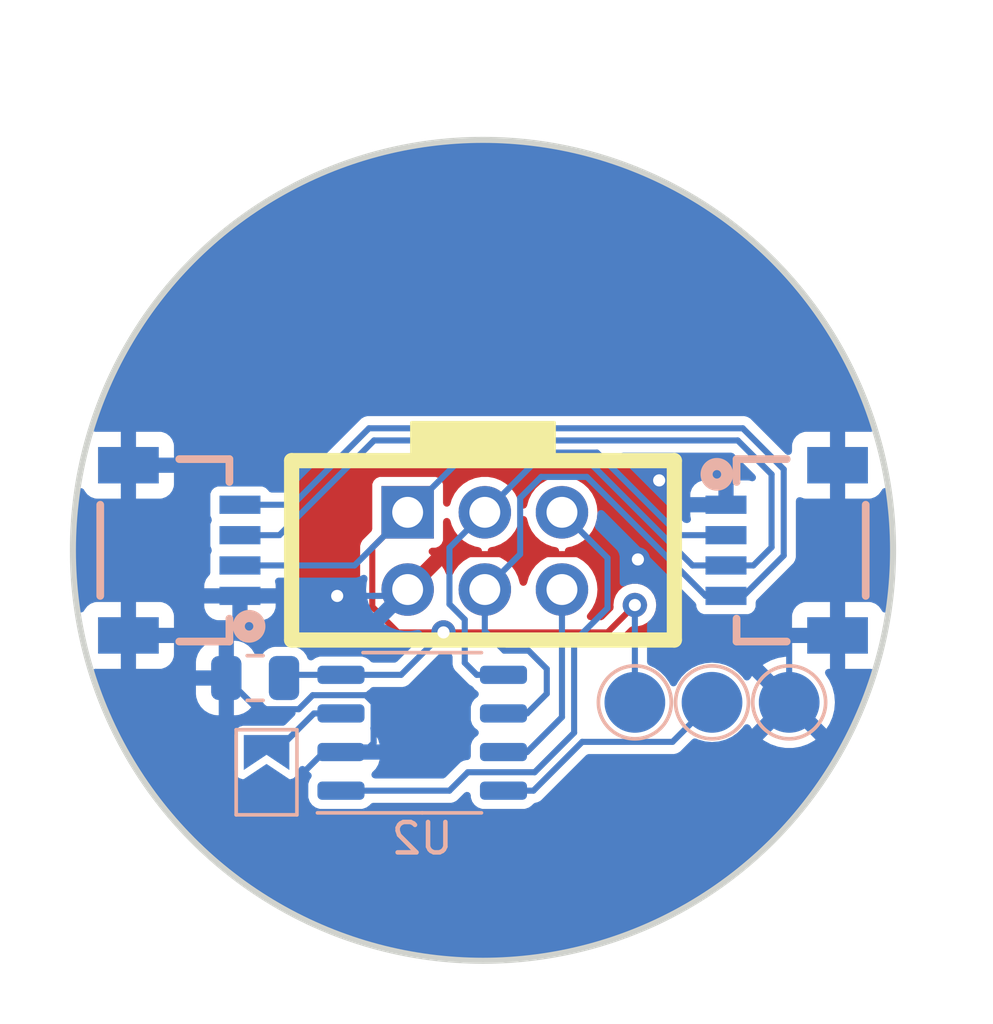
<source format=kicad_pcb>
(kicad_pcb (version 20231212) (generator "pcbnew") (generator_version "7.99")
  (layers (0 "F.Cu" signal) (31 "B.Cu" signal) (34 "B.Paste" user) (35 "F.Paste" user) (36 "B.SilkS" user "B.Silkscreen") (37 "F.SilkS" user "F.Silkscreen") (38 "B.Mask" user) (39 "F.Mask" user) (44 "Edge.Cuts" user))
  (net 0 "")
  (net 1 "SWIO")
  (net 2 "IO1")
  (net 3 "A0")
  (net 4 "IO2")
  (net 5 "GND")
  (net 6 "+3.3V")
  (net 7 "SDA")
  (net 8 "SCL")
  (footprint "Simple_Addon_v2:Simple_Addon_v2-BADGE-2x3" (layer "F.Cu") (at 0 0)
    (property "Reference" "X1" (hide yes))
    (property "Value" "Simple_Addon_v2" (hide yes))
    (fp_line (start -6.3 -2.95) (end 6.3 -2.95) (stroke (width 0.5)) (layer "F.SilkS"))
    (fp_line (start -6.3 2.95) (end -6.3 -2.95) (stroke (width 0.5)) (layer "F.SilkS"))
    (fp_line (start 6.3 -2.95) (end 6.3 2.95) (stroke (width 0.5)) (layer "F.SilkS"))
    (fp_line (start 6.3 2.95) (end -6.3 2.95) (stroke (width 0.5)) (layer "F.SilkS"))
    (fp_poly (pts (xy 2.3495 -3.0607) (xy -2.3495 -3.0607) (xy -2.3495 -4.2037) (xy 2.3495 -4.2037)) (stroke (width 0.1)) (fill solid) (layer "F.SilkS"))
    (pad "1" thru_hole rect (at -2.48 -1.25 270) (size 1.7272 1.7272) (drill 1.016) (layers "*.Cu" "*.Mask") (net 6 "+3.3V"))
    (pad "2" thru_hole circle (at -2.48 1.29 270) (size 1.7272 1.7272) (drill 1.016) (layers "*.Cu" "*.Mask") (net 5 "GND"))
    (pad "3" thru_hole oval (at 0.06 -1.25 270) (size 1.7272 1.7272) (drill 1.016) (layers "*.Cu" "*.Mask") (net 7 "SDA"))
    (pad "4" thru_hole oval (at 0.06 1.29 270) (size 1.7272 1.7272) (drill 1.016) (layers "*.Cu" "*.Mask") (net 8 "SCL"))
    (pad "5" thru_hole circle (at 2.6 -1.25 270) (size 1.7272 1.7272) (drill 1.016) (layers "*.Cu" "*.Mask") (net 2 "IO1"))
    (pad "6" thru_hole circle (at 2.6 1.29 270) (size 1.7272 1.7272) (drill 1.016) (layers "*.Cu" "*.Mask") (net 4 "IO2"))
  )
  (footprint "custom:OSHW-Logo2_7.3x6mm_Mask" (layer "B.Cu") (at -7.5 -7.5 180)
    (property "Reference" "N1" (hide yes))
    (property "Value" "OSHW" (hide yes))
  )
  (footprint "TestPoint:TestPoint_Pad_D2.0mm" (layer "B.Cu") (at 10.08 5 180)
    (property "Reference" "TP3" (hide yes))
    (property "Value" "GND" (hide yes))
    (fp_circle (center 0 0) (end 0 -1.2) (stroke (width 0.12)) (fill none) (layer "B.SilkS"))
    (pad "1" smd circle (at 0 0 180) (size 2 2) (layers "B.Cu" "B.Mask") (net 5 "GND"))
  )
  (footprint "TestPoint:TestPoint_Pad_D2.0mm" (layer "B.Cu") (at 7.54 5 180)
    (property "Reference" "TP2" (hide yes))
    (property "Value" "SWIO" (hide yes))
    (fp_circle (center 0 0) (end 0 -1.2) (stroke (width 0.12)) (fill none) (layer "B.SilkS"))
    (pad "1" smd circle (at 0 0 180) (size 2 2) (layers "B.Cu" "B.Mask") (net 1 "SWIO"))
  )
  (footprint "custom:1X04_1MM_RA_GND" (layer "B.Cu") (at -8 0 90)
    (property "Reference" "J1" (hide yes))
    (property "Value" "I2C" (hide yes))
    (fp_line (start -1.4986 -4.59994) (end 1.4986 -4.59994) (stroke (width 0.254)) (layer "B.SilkS"))
    (fp_line (start -2.99974 -1.99898) (end -2.99974 -0.34798) (stroke (width 0.254)) (layer "B.SilkS"))
    (fp_line (start 2.99974 -0.34798) (end 2.99974 -1.99898) (stroke (width 0.254)) (layer "B.SilkS"))
    (fp_line (start 2.2479 -0.34798) (end 2.99974 -0.34798) (stroke (width 0.254)) (layer "B.SilkS"))
    (fp_line (start -2.99974 -0.34798) (end -2.2479 -0.34798) (stroke (width 0.254)) (layer "B.SilkS"))
    (fp_circle (center -2.49936 0.29972) (end -2.49936 0.43942) (stroke (width 0.39878)) (fill none) (layer "B.SilkS"))
    (pad "1" smd rect (at -1.4986 0 270) (size 0.59944 1.34874) (layers "B.Cu" "B.Paste" "B.Mask") (net 5 "GND"))
    (pad "2" smd rect (at -0.49784 0 270) (size 0.59944 1.34874) (layers "B.Cu" "B.Paste" "B.Mask") (net 6 "+3.3V"))
    (pad "3" smd rect (at 0.49784 0 270) (size 0.59944 1.34874) (layers "B.Cu" "B.Paste" "B.Mask") (net 7 "SDA"))
    (pad "4" smd rect (at 1.4986 0 270) (size 0.59944 1.34874) (layers "B.Cu" "B.Paste" "B.Mask") (net 8 "SCL"))
    (pad "5" smd rect (at -2.79908 -3.67284 270) (size 1.19888 1.99898) (layers "B.Cu" "B.Paste" "B.Mask") (net 5 "GND"))
    (pad "6" smd rect (at 2.79908 -3.67284 270) (size 1.19888 1.99898) (layers "B.Cu" "B.Paste" "B.Mask") (net 5 "GND"))
  )
  (footprint "custom:1X04_1MM_RA_GND" (layer "B.Cu") (at 8 0 -90)
    (property "Reference" "J2" (hide yes))
    (property "Value" "I2C" (hide yes))
    (fp_line (start -2.99974 -0.34798) (end -2.2479 -0.34798) (stroke (width 0.254)) (layer "B.SilkS"))
    (fp_line (start 2.2479 -0.34798) (end 2.99974 -0.34798) (stroke (width 0.254)) (layer "B.SilkS"))
    (fp_line (start 2.99974 -0.34798) (end 2.99974 -1.99898) (stroke (width 0.254)) (layer "B.SilkS"))
    (fp_line (start -2.99974 -1.99898) (end -2.99974 -0.34798) (stroke (width 0.254)) (layer "B.SilkS"))
    (fp_line (start -1.4986 -4.59994) (end 1.4986 -4.59994) (stroke (width 0.254)) (layer "B.SilkS"))
    (fp_circle (center -2.49936 0.29972) (end -2.49936 0.43942) (stroke (width 0.39878)) (fill none) (layer "B.SilkS"))
    (pad "1" smd rect (at -1.4986 0 90) (size 0.59944 1.34874) (layers "B.Cu" "B.Paste" "B.Mask") (net 5 "GND"))
    (pad "2" smd rect (at -0.49784 0 90) (size 0.59944 1.34874) (layers "B.Cu" "B.Paste" "B.Mask") (net 6 "+3.3V"))
    (pad "3" smd rect (at 0.49784 0 90) (size 0.59944 1.34874) (layers "B.Cu" "B.Paste" "B.Mask") (net 7 "SDA"))
    (pad "4" smd rect (at 1.4986 0 90) (size 0.59944 1.34874) (layers "B.Cu" "B.Paste" "B.Mask") (net 8 "SCL"))
    (pad "5" smd rect (at -2.79908 -3.67284 90) (size 1.19888 1.99898) (layers "B.Cu" "B.Paste" "B.Mask") (net 5 "GND"))
    (pad "6" smd rect (at 2.79908 -3.67284 90) (size 1.19888 1.99898) (layers "B.Cu" "B.Paste" "B.Mask") (net 5 "GND"))
  )
  (footprint "Jumper:SolderJumper-2_P1.3mm_Open_TrianglePad1.0x1.5mm" (layer "B.Cu") (at -7.125 7.3 90)
    (property "Reference" "JP2" (hide yes))
    (property "Value" "A0" (hide yes))
    (fp_line (start 1.4 -1) (end 1.4 1) (stroke (width 0.12)) (layer "B.SilkS"))
    (fp_line (start -1.4 -1) (end 1.4 -1) (stroke (width 0.12)) (layer "B.SilkS"))
    (fp_line (start 1.4 1) (end -1.4 1) (stroke (width 0.12)) (layer "B.SilkS"))
    (fp_line (start -1.4 1) (end -1.4 -1) (stroke (width 0.12)) (layer "B.SilkS"))
    (pad "1" smd custom (at -0.725 0 90) (size 0.3 0.3) (layers "B.Cu" "B.Mask") (net 5 "GND") (options (clearance outline) (anchor rect)) (primitives (gr_poly (pts (xy 1 0) (xy 0.5 -0.75) (xy -0.5 -0.75) (xy -0.5 0.75) (xy 0.5 0.75)) (width 0) (fill yes))))
    (pad "2" smd custom (at 0.725 0 90) (size 0.3 0.3) (layers "B.Cu" "B.Mask") (net 3 "A0") (options (clearance outline) (anchor rect)) (primitives (gr_poly (pts (xy 0.5 -0.75) (xy -0.65 -0.75) (xy -0.15 0) (xy -0.65 0.75) (xy 0.5 0.75)) (width 0) (fill yes))))
  )
  (footprint "Package_SO:SSOP-8_3.9x5.05mm_P1.27mm" (layer "B.Cu") (at -2 6)
    (property "Reference" "U2" (at 0 3.48 360) (layer "B.SilkS") (effects (justify mirror)))
    (property "Value" "CH32V003J4M6")
    (fp_line (start -3.45 2.635) (end 0 2.635) (stroke (width 0.12)) (layer "B.SilkS"))
    (fp_line (start -1.95 -2.635) (end 0 -2.635) (stroke (width 0.12)) (layer "B.SilkS"))
    (fp_line (start 1.95 -2.635) (end 0 -2.635) (stroke (width 0.12)) (layer "B.SilkS"))
    (fp_line (start 1.95 2.635) (end 0 2.635) (stroke (width 0.12)) (layer "B.SilkS"))
    (pad "1" smd roundrect (at -2.675 1.905) (size 1.55 0.6) (layers "B.Cu" "B.Paste" "B.Mask") (net 2 "IO1"))
    (pad "2" smd roundrect (at -2.675 0.635) (size 1.55 0.6) (layers "B.Cu" "B.Paste" "B.Mask") (net 5 "GND"))
    (pad "3" smd roundrect (at -2.675 -0.635) (size 1.55 0.6) (layers "B.Cu" "B.Paste" "B.Mask") (net 3 "A0"))
    (pad "4" smd roundrect (at -2.675 -1.905) (size 1.55 0.6) (layers "B.Cu" "B.Paste" "B.Mask") (net 6 "+3.3V"))
    (pad "5" smd roundrect (at 2.675 -1.905) (size 1.55 0.6) (layers "B.Cu" "B.Paste" "B.Mask") (net 7 "SDA"))
    (pad "6" smd roundrect (at 2.675 -0.635) (size 1.55 0.6) (layers "B.Cu" "B.Paste" "B.Mask") (net 8 "SCL"))
    (pad "7" smd roundrect (at 2.675 0.635) (size 1.55 0.6) (layers "B.Cu" "B.Paste" "B.Mask") (net 4 "IO2"))
    (pad "8" smd roundrect (at 2.675 1.905) (size 1.55 0.6) (layers "B.Cu" "B.Paste" "B.Mask") (net 1 "SWIO"))
  )
  (footprint "TestPoint:TestPoint_Pad_D2.0mm" (layer "B.Cu") (at 5 5 180)
    (property "Reference" "TP1" (hide yes))
    (property "Value" "3.3v" (hide yes))
    (fp_circle (center 0 0) (end 0 -1.2) (stroke (width 0.12)) (fill none) (layer "B.SilkS"))
    (pad "1" smd circle (at 0 0 180) (size 2 2) (layers "B.Cu" "B.Mask") (net 6 "+3.3V"))
  )
  (footprint "Capacitor_SMD:C_0805_2012Metric" (layer "B.Cu") (at -7.5 4.2)
    (property "Reference" "C1" (hide yes))
    (property "Value" "100n")
    (fp_line (start 0.261252 -0.735) (end -0.261252 -0.735) (stroke (width 0.12)) (layer "B.SilkS"))
    (fp_line (start 0.261252 0.735) (end -0.261252 0.735) (stroke (width 0.12)) (layer "B.SilkS"))
    (pad "1" smd roundrect (at -0.95 0) (size 1 1.45) (layers "B.Cu" "B.Paste" "B.Mask") (net 5 "GND"))
    (pad "2" smd roundrect (at 0.95 0) (size 1 1.45) (layers "B.Cu" "B.Paste" "B.Mask") (net 6 "+3.3V"))
  )
  (gr_circle (center 0 0) (end 13.5 0) (stroke (width 0.2)) (fill none) (layer "Edge.Cuts"))
  (segment (start 0.675 7.905) (end 1.660686 7.905) (width 0.2) (layer "B.Cu") (net 1))
  (segment (start 3.265686 6.3) (end 6.24 6.3) (width 0.2) (layer "B.Cu") (net 1))
  (segment (start 1.660686 7.905) (end 3.265686 6.3) (width 0.2) (layer "B.Cu") (net 1))
  (segment (start 6.24 6.3) (end 7.54 5) (width 0.2) (layer "B.Cu") (net 1))
  (segment (start 4.1 0.25) (end 2.6 -1.25) (width 0.2) (layer "B.Cu") (net 2))
  (segment (start -4.675 7.905) (end -1.105 7.905) (width 0.2) (layer "B.Cu") (net 2))
  (segment (start -0.5 7.3) (end 1.7 7.3) (width 0.2) (layer "B.Cu") (net 2))
  (segment (start 3 3) (end 4.1 1.9) (width 0.2) (layer "B.Cu") (net 2))
  (segment (start -1.105 7.905) (end -0.5 7.3) (width 0.2) (layer "B.Cu") (net 2))
  (segment (start 3 6) (end 3 3) (width 0.2) (layer "B.Cu") (net 2))
  (segment (start 1.7 7.3) (end 3 6) (width 0.2) (layer "B.Cu") (net 2))
  (segment (start 4.1 1.9) (end 4.1 0.25) (width 0.2) (layer "B.Cu") (net 2))
  (segment (start -6.775 6.575) (end -7.125 6.575) (width 0.2) (layer "B.Cu") (net 3))
  (segment (start -5.565 5.365) (end -6.775 6.575) (width 0.2) (layer "B.Cu") (net 3))
  (segment (start -4.675 5.365) (end -5.565 5.365) (width 0.2) (layer "B.Cu") (net 3))
  (segment (start 2.6 5.484999) (end 2.6 1.29) (width 0.2) (layer "B.Cu") (net 4))
  (segment (start 0.675 6.635) (end 1.449999 6.635) (width 0.2) (layer "B.Cu") (net 4))
  (segment (start 1.449999 6.635) (end 2.6 5.484999) (width 0.2) (layer "B.Cu") (net 4))
  (segment (start 5.05 -1.55) (end 5.8 -2.3) (width 0.2) (layer "F.Cu") (net 5))
  (segment (start 4.9264 0.1264) (end 3.3736 0.1264) (width 0.2) (layer "F.Cu") (net 5))
  (segment (start 5.1 0.3) (end 4.9264 0.1264) (width 0.2) (layer "F.Cu") (net 5))
  (segment (start -2.48 1.29) (end -1.3164 0.1264) (width 0.2) (layer "F.Cu") (net 5))
  (segment (start 5.05 0.25) (end 5.05 -1.55) (width 0.2) (layer "F.Cu") (net 5))
  (segment (start 5.1 0.3) (end 5.05 0.25) (width 0.2) (layer "F.Cu") (net 5))
  (segment (start -1.3164 0.1264) (end 3.3736 0.1264) (width 0.2) (layer "F.Cu") (net 5))
  (via (at 5.8 -2.3) (size 0.8) (drill 0.4) (layers "F.Cu" "B.Cu") (net 5))
  (via (at 5.1 0.3) (size 0.8) (drill 0.4) (layers "F.Cu" "B.Cu") (net 5))
  (via (at -4.8 1.5) (size 0.8) (drill 0.4) (layers "F.Cu" "B.Cu") (net 5))
  (segment (start -8 1.4986) (end -11.67144 1.4986) (width 0.2) (layer "B.Cu") (net 5))
  (segment (start 10.08 2.81908) (end 10.1 2.79908) (width 0.2) (layer "B.Cu") (net 5))
  (segment (start -4.8014 1.4986) (end -4.8 1.5) (width 0.2) (layer "B.Cu") (net 5))
  (segment (start -7.3875 2.8875) (end -6.7 2.2) (width 0.2) (layer "B.Cu") (net 5))
  (segment (start -2.6886 1.4986) (end -2.48 1.29) (width 0.2) (layer "B.Cu") (net 5))
  (segment (start -7.425 5.225) (end -8.45 4.2) (width 0.2) (layer "B.Cu") (net 5))
  (segment (start -4.675 6.635) (end -5.235 6.635) (width 0.2) (layer "B.Cu") (net 5))
  (segment (start 11.67284 -2.79908) (end 11.67284 2.79908) (width 0.2) (layer "B.Cu") (net 5))
  (segment (start 11.67284 2.79908) (end 10.1 2.79908) (width 0.2) (layer "B.Cu") (net 5))
  (segment (start -5.235 6.635) (end -6.625 8.025) (width 0.2) (layer "B.Cu") (net 5))
  (segment (start -3.6 5.024448) (end -3.859448 4.765) (width 0.2) (layer "B.Cu") (net 5))
  (segment (start 5.1 0.3) (end 5.1 0.2) (width 0.2) (layer "B.Cu") (net 5))
  (segment (start -3.6 1.4986) (end -2.6886 1.4986) (width 0.2) (layer "B.Cu") (net 5))
  (segment (start 10.08 5) (end 10.08 2.81908) (width 0.2) (layer "B.Cu") (net 5))
  (segment (start -8 1.4986) (end -6.7 1.4986) (width 0.2) (layer "B.Cu") (net 5))
  (segment (start -4.7986 1.4986) (end -3.6 1.4986) (width 0.2) (layer "B.Cu") (net 5))
  (segment (start -6.625 8.025) (end -7.125 8.025) (width 0.2) (layer "B.Cu") (net 5))
  (segment (start 6.6014 -1.4986) (end 5.8 -2.3) (width 0.2) (layer "B.Cu") (net 5))
  (segment (start -6.7 2.2) (end -6.7 1.4986) (width 0.2) (layer "B.Cu") (net 5))
  (segment (start -3.61 1.5086) (end -3.6 1.4986) (width 0.2) (layer "B.Cu") (net 5))
  (segment (start 5.2 0.3) (end 5.1 0.3) (width 0.2) (layer "B.Cu") (net 5))
  (segment (start -6.065256 5.225) (end -7.425 5.225) (width 0.2) (layer "B.Cu") (net 5))
  (segment (start -11.67284 1.5) (end -11.67284 2.79908) (width 0.2) (layer "B.Cu") (net 5))
  (segment (start 10.1 2.79908) (end 7.69908 2.79908) (width 0.2) (layer "B.Cu") (net 5))
  (segment (start -11.67284 -2.79908) (end -11.67284 1.5) (width 0.2) (layer "B.Cu") (net 5))
  (segment (start 7.69908 2.79908) (end 5.2 0.3) (width 0.2) (layer "B.Cu") (net 5))
  (segment (start -4.675 6.635) (end -3.900001 6.635) (width 0.2) (layer "B.Cu") (net 5))
  (segment (start -11.67144 1.4986) (end -11.67284 1.5) (width 0.2) (layer "B.Cu") (net 5))
  (segment (start -4.8 1.5) (end -4.7986 1.4986) (width 0.2) (layer "B.Cu") (net 5))
  (segment (start -6.7 1.4986) (end -4.8014 1.4986) (width 0.2) (layer "B.Cu") (net 5))
  (segment (start -5.605256 4.765) (end -6.065256 5.225) (width 0.2) (layer "B.Cu") (net 5))
  (segment (start -3.859448 4.765) (end -5.605256 4.765) (width 0.2) (layer "B.Cu") (net 5))
  (segment (start 8 -1.4986) (end 6.6014 -1.4986) (width 0.2) (layer "B.Cu") (net 5))
  (segment (start -3.900001 6.635) (end -3.6 6.334999) (width 0.2) (layer "B.Cu") (net 5))
  (segment (start -3.6 6.334999) (end -3.6 5.024448) (width 0.2) (layer "B.Cu") (net 5))
  (segment (start 4.1 2.7) (end -1.3 2.7) (width 0.2) (layer "F.Cu") (net 6))
  (segment (start -2.8 2.7) (end -1.3 2.7) (width 0.2) (layer "F.Cu") (net 6))
  (segment (start -3.6436 1.8564) (end -2.8 2.7) (width 0.2) (layer "F.Cu") (net 6))
  (segment (start -3.6436 -0.0864) (end -3.6436 1.8564) (width 0.2) (layer "F.Cu") (net 6))
  (segment (start -2.48 -1.25) (end -3.6436 -0.0864) (width 0.2) (layer "F.Cu") (net 6))
  (segment (start 5 1.8) (end 4.1 2.7) (width 0.2) (layer "F.Cu") (net 6))
  (via (at 5 1.8) (size 0.8) (drill 0.4) (layers "F.Cu" "B.Cu") (net 6))
  (via (at -1.3 2.7) (size 0.8) (drill 0.4) (layers "F.Cu" "B.Cu") (net 6))
  (segment (start -4.22784 0.49784) (end -2.48 -1.25) (width 0.2) (layer "B.Cu") (net 6))
  (segment (start -0.5164 -3.2136) (end -2.48 -1.25) (width 0.2) (layer "B.Cu") (net 6))
  (segment (start -8 0.49784) (end -4.22784 0.49784) (width 0.2) (layer "B.Cu") (net 6))
  (segment (start 8 -0.49784) (end 6.467846 -0.49784) (width 0.2) (layer "B.Cu") (net 6))
  (segment (start 3.752086 -3.2136) (end -0.5164 -3.2136) (width 0.2) (layer "B.Cu") (net 6))
  (segment (start -2.695 4.095) (end -1.3 2.7) (width 0.2) (layer "B.Cu") (net 6))
  (segment (start -4.675 4.095) (end -2.695 4.095) (width 0.2) (layer "B.Cu") (net 6))
  (segment (start -4.7 4.12) (end -4.675 4.095) (width 0.2) (layer "B.Cu") (net 6))
  (segment (start 5 5) (end 5 1.8) (width 0.2) (layer "B.Cu") (net 6))
  (segment (start -6.445 4.095) (end -6.55 4.2) (width 0.2) (layer "B.Cu") (net 6))
  (segment (start 6.467846 -0.49784) (end 3.752086 -3.2136) (width 0.2) (layer "B.Cu") (net 6))
  (segment (start -4.675 4.095) (end -6.445 4.095) (width 0.2) (layer "B.Cu") (net 6))
  (segment (start -6.70216 -0.49784) (end -3.5864 -3.6136) (width 0.2) (layer "B.Cu") (net 7))
  (segment (start 8.90216 0.49784) (end 8 0.49784) (width 0.2) (layer "B.Cu") (net 7))
  (segment (start 3.5864 -2.8136) (end 6.89784 0.49784) (width 0.2) (layer "B.Cu") (net 7))
  (segment (start 9.5 -0.1) (end 8.90216 0.49784) (width 0.2) (layer "B.Cu") (net 7))
  (segment (start 6.89784 0.49784) (end 8 0.49784) (width 0.2) (layer "B.Cu") (net 7))
  (segment (start -0.6 3.7) (end -0.205 4.095) (width 0.2) (layer "B.Cu") (net 7))
  (segment (start 0.06 -1.25) (end 1.6236 -2.8136) (width 0.2) (layer "B.Cu") (net 7))
  (segment (start -1.1036 1.771979) (end -0.6 2.275578) (width 0.2) (layer "B.Cu") (net 7))
  (segment (start 0.06 -1.25) (end -1.1036 -0.0864) (width 0.2) (layer "B.Cu") (net 7))
  (segment (start 1.6236 -2.8136) (end 3.5864 -2.8136) (width 0.2) (layer "B.Cu") (net 7))
  (segment (start -0.6 2.275578) (end -0.6 3.7) (width 0.2) (layer "B.Cu") (net 7))
  (segment (start -8 -0.49784) (end -6.70216 -0.49784) (width 0.2) (layer "B.Cu") (net 7))
  (segment (start 9.5 -2.5) (end 9.5 -0.1) (width 0.2) (layer "B.Cu") (net 7))
  (segment (start -3.5864 -3.6136) (end 8.3864 -3.6136) (width 0.2) (layer "B.Cu") (net 7))
  (segment (start 8.3864 -3.6136) (end 9.5 -2.5) (width 0.2) (layer "B.Cu") (net 7))
  (segment (start -0.205 4.095) (end 0.675 4.095) (width 0.2) (layer "B.Cu") (net 7))
  (segment (start -1.1036 -0.0864) (end -1.1036 1.771979) (width 0.2) (layer "B.Cu") (net 7))
  (segment (start 1.2236 0.1264) (end 1.2236 -1.7236) (width 0.2) (layer "B.Cu") (net 8))
  (segment (start 2.1 3.9) (end 1.5 3.3) (width 0.2) (layer "B.Cu") (net 8))
  (segment (start 0.06 2.66) (end 0.06 1.29) (width 0.2) (layer "B.Cu") (net 8))
  (segment (start 1.2236 -1.7236) (end 1.9136 -2.4136) (width 0.2) (layer "B.Cu") (net 8))
  (segment (start -8 -1.4986) (end -6.267086 -1.4986) (width 0.2) (layer "B.Cu") (net 8))
  (segment (start 1.449999 5.365) (end 2.1 4.714999) (width 0.2) (layer "B.Cu") (net 8))
  (segment (start -6.267086 -1.4986) (end -3.752085 -4.0136) (width 0.2) (layer "B.Cu") (net 8))
  (segment (start 0.06 1.29) (end 1.2236 0.1264) (width 0.2) (layer "B.Cu") (net 8))
  (segment (start 7.332914 1.4986) (end 8 1.4986) (width 0.2) (layer "B.Cu") (net 8))
  (segment (start 0.4 1.63) (end 0.06 1.29) (width 0.2) (layer "B.Cu") (net 8))
  (segment (start 8.552086 -4.0136) (end 9.9 -2.665685) (width 0.2) (layer "B.Cu") (net 8))
  (segment (start 0.675 5.365) (end 1.449999 5.365) (width 0.2) (layer "B.Cu") (net 8))
  (segment (start 0.7 3.3) (end 0.06 2.66) (width 0.2) (layer "B.Cu") (net 8))
  (segment (start 3.420714 -2.4136) (end 7.332914 1.4986) (width 0.2) (layer "B.Cu") (net 8))
  (segment (start 2.1 4.714999) (end 2.1 3.9) (width 0.2) (layer "B.Cu") (net 8))
  (segment (start 8.57333 1.4986) (end 8 1.4986) (width 0.2) (layer "B.Cu") (net 8))
  (segment (start 9.9 0.17193) (end 8.57333 1.4986) (width 0.2) (layer "B.Cu") (net 8))
  (segment (start 1.5 3.3) (end 0.7 3.3) (width 0.2) (layer "B.Cu") (net 8))
  (segment (start 1.9136 -2.4136) (end 3.420714 -2.4136) (width 0.2) (layer "B.Cu") (net 8))
  (segment (start 9.9 -2.665685) (end 9.9 0.17193) (width 0.2) (layer "B.Cu") (net 8))
  (segment (start -3.752085 -4.0136) (end 8.552086 -4.0136) (width 0.2) (layer "B.Cu") (net 8))
  (zone (net 5) (net_name "GND") (layer "F.Cu") (priority 1) (connect_pads (clearance 0.3)) (min_thickness 0.25) (fill yes (thermal_gap 0.5) (thermal_bridge_width 0.5))
    (polygon (pts (xy -6.3 -3) (xy 6.3 -3) (xy 6.3 3) (xy -6.3 3)))
  )
  (zone (net 5) (net_name "GND") (layer "B.Cu") (connect_pads (clearance 0.3)) (min_thickness 0.25) (fill yes (thermal_gap 0.5) (thermal_bridge_width 0.5))
    (polygon (pts (xy -15.8 -18.1) (xy 16.8 -18.1) (xy 16.7 15.6) (xy -15.9 15.5)))
  )
)
</source>
